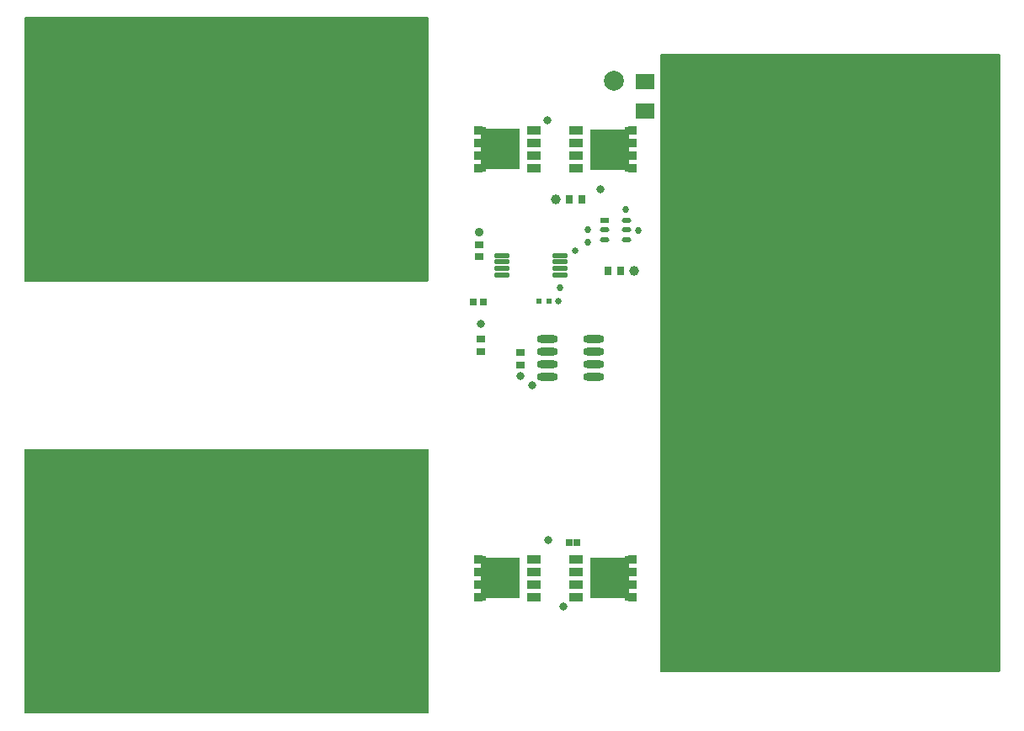
<source format=gts>
G04*
G04 #@! TF.GenerationSoftware,Altium Limited,Altium Designer,24.9.1 (31)*
G04*
G04 Layer_Color=8388736*
%FSLAX44Y44*%
%MOMM*%
G71*
G04*
G04 #@! TF.SameCoordinates,1B91A79F-B01D-42E7-BC63-43C39E7C3ECD*
G04*
G04*
G04 #@! TF.FilePolarity,Negative*
G04*
G01*
G75*
%ADD19R,1.8582X1.5055*%
%ADD20R,0.8121X0.7581*%
%ADD21R,0.7581X0.8121*%
%ADD23R,0.5000X0.6000*%
%ADD24R,0.7596X0.7158*%
G04:AMPARAMS|DCode=25|XSize=1.5mm|YSize=0.45mm|CornerRadius=0.0495mm|HoleSize=0mm|Usage=FLASHONLY|Rotation=180.000|XOffset=0mm|YOffset=0mm|HoleType=Round|Shape=RoundedRectangle|*
%AMROUNDEDRECTD25*
21,1,1.5000,0.3510,0,0,180.0*
21,1,1.4010,0.4500,0,0,180.0*
1,1,0.0990,-0.7005,0.1755*
1,1,0.0990,0.7005,0.1755*
1,1,0.0990,0.7005,-0.1755*
1,1,0.0990,-0.7005,-0.1755*
%
%ADD25ROUNDEDRECTD25*%
G04:AMPARAMS|DCode=26|XSize=0.9397mm|YSize=0.4858mm|CornerRadius=0.2429mm|HoleSize=0mm|Usage=FLASHONLY|Rotation=0.000|XOffset=0mm|YOffset=0mm|HoleType=Round|Shape=RoundedRectangle|*
%AMROUNDEDRECTD26*
21,1,0.9397,0.0000,0,0,0.0*
21,1,0.4539,0.4858,0,0,0.0*
1,1,0.4858,0.2269,0.0000*
1,1,0.4858,-0.2269,0.0000*
1,1,0.4858,-0.2269,0.0000*
1,1,0.4858,0.2269,0.0000*
%
%ADD26ROUNDEDRECTD26*%
%ADD27R,0.9397X0.4858*%
%ADD29R,1.4732X0.8132*%
%ADD30R,0.9132X0.8132*%
%ADD31R,4.0132X4.1132*%
%ADD32R,0.5232X0.4582*%
%ADD33O,2.1032X0.8032*%
%ADD34R,0.7532X0.7032*%
%ADD35C,0.6892*%
%ADD36C,0.8032*%
%ADD37C,0.9032*%
%ADD38C,0.8132*%
%ADD39C,1.0032*%
%ADD40C,2.0032*%
%ADD41C,0.6532*%
G36*
X692283Y1110990D02*
X692413Y1110964D01*
X692540Y1110921D01*
X692659Y1110862D01*
X692770Y1110788D01*
X692870Y1110700D01*
X692958Y1110600D01*
X693032Y1110489D01*
X693091Y1110370D01*
X693133Y1110244D01*
X693159Y1110113D01*
X693168Y1109980D01*
Y845820D01*
X693159Y845687D01*
X693133Y845556D01*
X693091Y845430D01*
X693032Y845311D01*
X692958Y845200D01*
X692870Y845100D01*
X692770Y845012D01*
X692659Y844938D01*
X692540Y844879D01*
X692413Y844837D01*
X692283Y844810D01*
X692150Y844802D01*
X288036D01*
X288036Y844802D01*
X288035Y844802D01*
X287968Y844806D01*
X287903Y844810D01*
X287903Y844811D01*
X287902Y844811D01*
X287838Y844824D01*
X287773Y844837D01*
X287772Y844837D01*
X287771Y844837D01*
X287711Y844857D01*
X287646Y844879D01*
X287646Y844880D01*
X287645Y844880D01*
X287585Y844909D01*
X287527Y844938D01*
X287526Y844939D01*
X287526Y844939D01*
X287463Y844981D01*
X287416Y845012D01*
X287416Y845013D01*
X287415Y845013D01*
X287360Y845062D01*
X287316Y845100D01*
X287316Y845100D01*
X287315Y845101D01*
X287276Y845145D01*
X287228Y845200D01*
X287228Y845201D01*
X287228Y845201D01*
X287196Y845248D01*
X287154Y845311D01*
X287154Y845311D01*
X287154Y845312D01*
X287125Y845371D01*
X287095Y845430D01*
X287095Y845431D01*
X287095Y845431D01*
X287073Y845497D01*
X287052Y845556D01*
X287052Y845557D01*
X287052Y845557D01*
X287039Y845624D01*
X287027Y845687D01*
X287027Y845688D01*
X287026Y845688D01*
X287022Y845754D01*
X287018Y845820D01*
X287018Y845820D01*
X287018Y845821D01*
X287272Y1109981D01*
X287276Y1110048D01*
X287281Y1110113D01*
X287281Y1110113D01*
X287281Y1110114D01*
X287293Y1110178D01*
X287306Y1110244D01*
X287307Y1110244D01*
X287307Y1110245D01*
X287327Y1110305D01*
X287349Y1110370D01*
X287349Y1110370D01*
X287350Y1110371D01*
X287382Y1110437D01*
X287408Y1110489D01*
X287408Y1110489D01*
X287409Y1110490D01*
X287455Y1110558D01*
X287482Y1110600D01*
X287482Y1110600D01*
X287483Y1110601D01*
X287532Y1110656D01*
X287570Y1110700D01*
X287570Y1110700D01*
X287571Y1110701D01*
X287622Y1110745D01*
X287670Y1110788D01*
X287670Y1110788D01*
X287671Y1110788D01*
X287729Y1110827D01*
X287781Y1110862D01*
X287781Y1110862D01*
X287782Y1110862D01*
X287841Y1110891D01*
X287900Y1110921D01*
X287901Y1110921D01*
X287901Y1110921D01*
X287967Y1110943D01*
X288027Y1110964D01*
X288027Y1110964D01*
X288027Y1110964D01*
X288094Y1110977D01*
X288157Y1110990D01*
X288158Y1110990D01*
X288158Y1110990D01*
X288224Y1110994D01*
X288290Y1110998D01*
X692150D01*
X692283Y1110990D01*
D02*
G37*
G36*
X1267085Y1073652D02*
X1267215Y1073625D01*
X1267342Y1073583D01*
X1267461Y1073524D01*
X1267572Y1073450D01*
X1267672Y1073362D01*
X1267760Y1073262D01*
X1267834Y1073151D01*
X1267893Y1073032D01*
X1267935Y1072906D01*
X1267962Y1072775D01*
X1267970Y1072642D01*
Y452882D01*
X1267962Y452749D01*
X1267935Y452618D01*
X1267893Y452492D01*
X1267834Y452373D01*
X1267760Y452262D01*
X1267672Y452162D01*
X1267572Y452074D01*
X1267461Y452000D01*
X1267342Y451941D01*
X1267215Y451898D01*
X1267085Y451872D01*
X1266952Y451864D01*
X927354D01*
X927221Y451872D01*
X927091Y451898D01*
X926964Y451941D01*
X926845Y452000D01*
X926734Y452074D01*
X926634Y452162D01*
X926546Y452262D01*
X926472Y452373D01*
X926413Y452492D01*
X926370Y452618D01*
X926345Y452749D01*
X926336Y452882D01*
Y1072642D01*
X926345Y1072775D01*
X926370Y1072906D01*
X926413Y1073032D01*
X926472Y1073151D01*
X926546Y1073262D01*
X926634Y1073362D01*
X926734Y1073450D01*
X926845Y1073524D01*
X926964Y1073583D01*
X927091Y1073625D01*
X927221Y1073652D01*
X927354Y1073660D01*
X1266952D01*
X1267085Y1073652D01*
D02*
G37*
G36*
X692283Y676142D02*
X692413Y676115D01*
X692540Y676073D01*
X692659Y676014D01*
X692770Y675940D01*
X692870Y675852D01*
X692958Y675752D01*
X693032Y675641D01*
X693091Y675522D01*
X693133Y675396D01*
X693159Y675265D01*
X693168Y675132D01*
Y410972D01*
X693159Y410839D01*
X693133Y410709D01*
X693091Y410582D01*
X693032Y410463D01*
X692958Y410352D01*
X692870Y410252D01*
X692770Y410164D01*
X692659Y410090D01*
X692540Y410031D01*
X692413Y409989D01*
X692283Y409963D01*
X692150Y409954D01*
X288036D01*
X288036Y409954D01*
X288035Y409954D01*
X287968Y409958D01*
X287903Y409963D01*
X287903Y409963D01*
X287902Y409963D01*
X287838Y409976D01*
X287773Y409989D01*
X287772Y409989D01*
X287771Y409989D01*
X287711Y410009D01*
X287646Y410031D01*
X287646Y410032D01*
X287645Y410032D01*
X287585Y410061D01*
X287527Y410090D01*
X287526Y410090D01*
X287526Y410091D01*
X287463Y410133D01*
X287416Y410164D01*
X287416Y410164D01*
X287415Y410165D01*
X287360Y410214D01*
X287316Y410252D01*
X287316Y410252D01*
X287315Y410253D01*
X287276Y410297D01*
X287228Y410352D01*
X287228Y410353D01*
X287228Y410353D01*
X287196Y410401D01*
X287154Y410463D01*
X287154Y410463D01*
X287154Y410464D01*
X287125Y410523D01*
X287095Y410582D01*
X287095Y410583D01*
X287095Y410583D01*
X287073Y410649D01*
X287052Y410709D01*
X287052Y410709D01*
X287052Y410709D01*
X287039Y410776D01*
X287027Y410839D01*
X287027Y410840D01*
X287026Y410840D01*
X287022Y410906D01*
X287018Y410972D01*
X287018Y410973D01*
X287018Y410973D01*
X287272Y675133D01*
X287276Y675200D01*
X287281Y675265D01*
X287281Y675265D01*
X287281Y675266D01*
X287293Y675330D01*
X287306Y675396D01*
X287307Y675396D01*
X287307Y675396D01*
X287327Y675457D01*
X287349Y675522D01*
X287349Y675522D01*
X287350Y675523D01*
X287382Y675589D01*
X287408Y675641D01*
X287408Y675641D01*
X287409Y675642D01*
X287455Y675711D01*
X287482Y675752D01*
X287482Y675752D01*
X287483Y675753D01*
X287532Y675808D01*
X287570Y675852D01*
X287570Y675852D01*
X287571Y675853D01*
X287622Y675897D01*
X287670Y675940D01*
X287670Y675940D01*
X287671Y675940D01*
X287729Y675979D01*
X287781Y676014D01*
X287781Y676014D01*
X287782Y676014D01*
X287841Y676043D01*
X287900Y676073D01*
X287901Y676073D01*
X287901Y676073D01*
X287967Y676095D01*
X288027Y676115D01*
X288027Y676116D01*
X288027Y676116D01*
X288094Y676129D01*
X288157Y676142D01*
X288158Y676142D01*
X288158Y676142D01*
X288224Y676146D01*
X288290Y676150D01*
X692150D01*
X692283Y676142D01*
D02*
G37*
D19*
X910844Y1046004D02*
D03*
Y1016476D02*
D03*
D20*
X745998Y786558D02*
D03*
Y774018D02*
D03*
X785622Y761064D02*
D03*
Y773604D02*
D03*
X744220Y882062D02*
D03*
Y869522D02*
D03*
D21*
X886380Y855472D02*
D03*
X873840D02*
D03*
X835232Y927862D02*
D03*
X847772D02*
D03*
D23*
X804244Y824992D02*
D03*
X814244D02*
D03*
D24*
X738696Y824484D02*
D03*
X748221D02*
D03*
D25*
X825290Y851564D02*
D03*
Y858064D02*
D03*
Y864564D02*
D03*
Y871064D02*
D03*
X767290D02*
D03*
Y864564D02*
D03*
Y858064D02*
D03*
Y851564D02*
D03*
D26*
X892535Y906120D02*
D03*
Y896620D02*
D03*
Y887120D02*
D03*
X870225D02*
D03*
Y896620D02*
D03*
D27*
Y906120D02*
D03*
D29*
X799338Y958850D02*
D03*
Y971550D02*
D03*
Y984250D02*
D03*
Y996950D02*
D03*
X842010Y996696D02*
D03*
Y983996D02*
D03*
Y971296D02*
D03*
Y958596D02*
D03*
Y565400D02*
D03*
Y552700D02*
D03*
Y540000D02*
D03*
Y527300D02*
D03*
X799340Y527304D02*
D03*
Y540004D02*
D03*
Y552704D02*
D03*
Y565404D02*
D03*
D30*
X743138Y996950D02*
D03*
Y984250D02*
D03*
Y971550D02*
D03*
Y958850D02*
D03*
X898210Y958596D02*
D03*
Y971296D02*
D03*
Y983996D02*
D03*
Y996696D02*
D03*
Y527300D02*
D03*
Y540000D02*
D03*
Y552700D02*
D03*
Y565400D02*
D03*
X743140Y565404D02*
D03*
Y552704D02*
D03*
Y540004D02*
D03*
Y527304D02*
D03*
D31*
X765738Y977900D02*
D03*
X875610Y977646D02*
D03*
Y546350D02*
D03*
X765740Y546354D02*
D03*
D32*
X748238Y957070D02*
D03*
Y998730D02*
D03*
X893110Y998476D02*
D03*
Y956816D02*
D03*
Y567180D02*
D03*
Y525520D02*
D03*
X748240Y525524D02*
D03*
Y567184D02*
D03*
D33*
X859414Y748538D02*
D03*
Y761238D02*
D03*
Y773938D02*
D03*
Y786638D02*
D03*
X812414Y748538D02*
D03*
Y761238D02*
D03*
Y773938D02*
D03*
Y786638D02*
D03*
D34*
X834958Y582168D02*
D03*
X842458D02*
D03*
D35*
X904240Y896366D02*
D03*
X853440Y884174D02*
D03*
X891794Y916940D02*
D03*
X825500Y838708D02*
D03*
X853694Y896620D02*
D03*
D36*
X797560Y740410D02*
D03*
X785622Y750062D02*
D03*
X745998Y801878D02*
D03*
D37*
X744220Y894842D02*
D03*
D38*
X813054Y1007110D02*
D03*
X829056Y517398D02*
D03*
X814070Y584962D02*
D03*
X865886Y937514D02*
D03*
D39*
X899922Y855472D02*
D03*
X821690Y927862D02*
D03*
D40*
X879856Y1046988D02*
D03*
D41*
X823976Y824992D02*
D03*
X840645Y875697D02*
D03*
M02*

</source>
